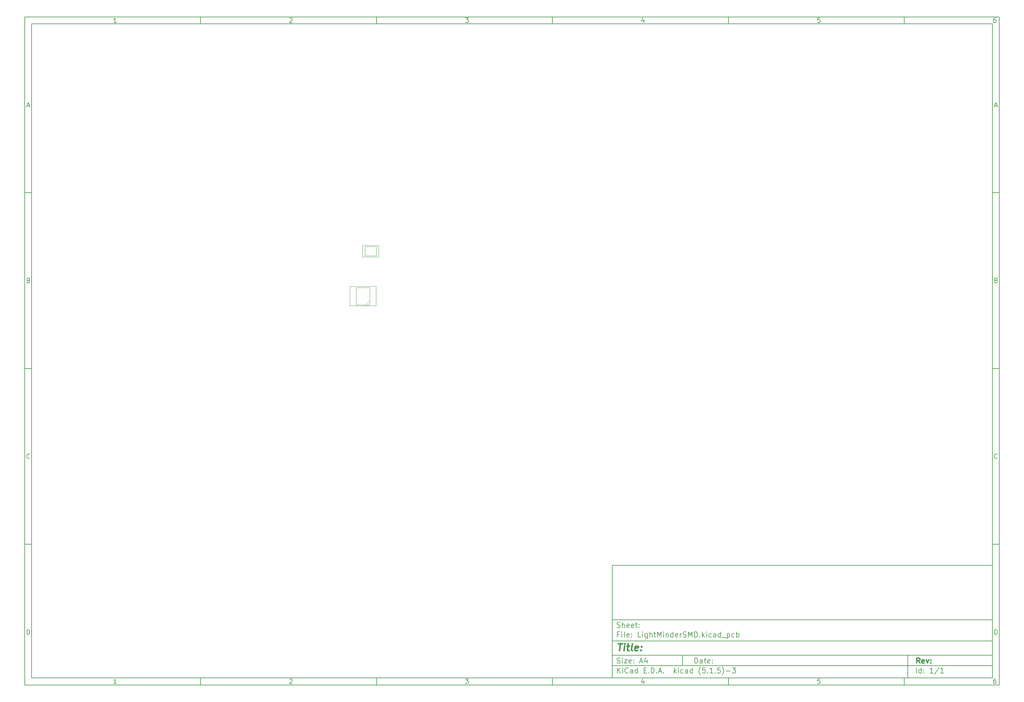
<source format=gbr>
G04 #@! TF.GenerationSoftware,KiCad,Pcbnew,(5.1.5)-3*
G04 #@! TF.CreationDate,2021-06-29T15:52:26+01:00*
G04 #@! TF.ProjectId,LightMinderSMD,4c696768-744d-4696-9e64-6572534d442e,rev?*
G04 #@! TF.SameCoordinates,Original*
G04 #@! TF.FileFunction,OtherDrawing,Comment*
%FSLAX46Y46*%
G04 Gerber Fmt 4.6, Leading zero omitted, Abs format (unit mm)*
G04 Created by KiCad (PCBNEW (5.1.5)-3) date 2021-06-29 15:52:26*
%MOMM*%
%LPD*%
G04 APERTURE LIST*
%ADD10C,0.100000*%
%ADD11C,0.150000*%
%ADD12C,0.300000*%
%ADD13C,0.400000*%
%ADD14C,0.050000*%
G04 APERTURE END LIST*
D10*
D11*
X177002200Y-166007200D02*
X177002200Y-198007200D01*
X285002200Y-198007200D01*
X285002200Y-166007200D01*
X177002200Y-166007200D01*
D10*
D11*
X10000000Y-10000000D02*
X10000000Y-200007200D01*
X287002200Y-200007200D01*
X287002200Y-10000000D01*
X10000000Y-10000000D01*
D10*
D11*
X12000000Y-12000000D02*
X12000000Y-198007200D01*
X285002200Y-198007200D01*
X285002200Y-12000000D01*
X12000000Y-12000000D01*
D10*
D11*
X60000000Y-12000000D02*
X60000000Y-10000000D01*
D10*
D11*
X110000000Y-12000000D02*
X110000000Y-10000000D01*
D10*
D11*
X160000000Y-12000000D02*
X160000000Y-10000000D01*
D10*
D11*
X210000000Y-12000000D02*
X210000000Y-10000000D01*
D10*
D11*
X260000000Y-12000000D02*
X260000000Y-10000000D01*
D10*
D11*
X36065476Y-11588095D02*
X35322619Y-11588095D01*
X35694047Y-11588095D02*
X35694047Y-10288095D01*
X35570238Y-10473809D01*
X35446428Y-10597619D01*
X35322619Y-10659523D01*
D10*
D11*
X85322619Y-10411904D02*
X85384523Y-10350000D01*
X85508333Y-10288095D01*
X85817857Y-10288095D01*
X85941666Y-10350000D01*
X86003571Y-10411904D01*
X86065476Y-10535714D01*
X86065476Y-10659523D01*
X86003571Y-10845238D01*
X85260714Y-11588095D01*
X86065476Y-11588095D01*
D10*
D11*
X135260714Y-10288095D02*
X136065476Y-10288095D01*
X135632142Y-10783333D01*
X135817857Y-10783333D01*
X135941666Y-10845238D01*
X136003571Y-10907142D01*
X136065476Y-11030952D01*
X136065476Y-11340476D01*
X136003571Y-11464285D01*
X135941666Y-11526190D01*
X135817857Y-11588095D01*
X135446428Y-11588095D01*
X135322619Y-11526190D01*
X135260714Y-11464285D01*
D10*
D11*
X185941666Y-10721428D02*
X185941666Y-11588095D01*
X185632142Y-10226190D02*
X185322619Y-11154761D01*
X186127380Y-11154761D01*
D10*
D11*
X236003571Y-10288095D02*
X235384523Y-10288095D01*
X235322619Y-10907142D01*
X235384523Y-10845238D01*
X235508333Y-10783333D01*
X235817857Y-10783333D01*
X235941666Y-10845238D01*
X236003571Y-10907142D01*
X236065476Y-11030952D01*
X236065476Y-11340476D01*
X236003571Y-11464285D01*
X235941666Y-11526190D01*
X235817857Y-11588095D01*
X235508333Y-11588095D01*
X235384523Y-11526190D01*
X235322619Y-11464285D01*
D10*
D11*
X285941666Y-10288095D02*
X285694047Y-10288095D01*
X285570238Y-10350000D01*
X285508333Y-10411904D01*
X285384523Y-10597619D01*
X285322619Y-10845238D01*
X285322619Y-11340476D01*
X285384523Y-11464285D01*
X285446428Y-11526190D01*
X285570238Y-11588095D01*
X285817857Y-11588095D01*
X285941666Y-11526190D01*
X286003571Y-11464285D01*
X286065476Y-11340476D01*
X286065476Y-11030952D01*
X286003571Y-10907142D01*
X285941666Y-10845238D01*
X285817857Y-10783333D01*
X285570238Y-10783333D01*
X285446428Y-10845238D01*
X285384523Y-10907142D01*
X285322619Y-11030952D01*
D10*
D11*
X60000000Y-198007200D02*
X60000000Y-200007200D01*
D10*
D11*
X110000000Y-198007200D02*
X110000000Y-200007200D01*
D10*
D11*
X160000000Y-198007200D02*
X160000000Y-200007200D01*
D10*
D11*
X210000000Y-198007200D02*
X210000000Y-200007200D01*
D10*
D11*
X260000000Y-198007200D02*
X260000000Y-200007200D01*
D10*
D11*
X36065476Y-199595295D02*
X35322619Y-199595295D01*
X35694047Y-199595295D02*
X35694047Y-198295295D01*
X35570238Y-198481009D01*
X35446428Y-198604819D01*
X35322619Y-198666723D01*
D10*
D11*
X85322619Y-198419104D02*
X85384523Y-198357200D01*
X85508333Y-198295295D01*
X85817857Y-198295295D01*
X85941666Y-198357200D01*
X86003571Y-198419104D01*
X86065476Y-198542914D01*
X86065476Y-198666723D01*
X86003571Y-198852438D01*
X85260714Y-199595295D01*
X86065476Y-199595295D01*
D10*
D11*
X135260714Y-198295295D02*
X136065476Y-198295295D01*
X135632142Y-198790533D01*
X135817857Y-198790533D01*
X135941666Y-198852438D01*
X136003571Y-198914342D01*
X136065476Y-199038152D01*
X136065476Y-199347676D01*
X136003571Y-199471485D01*
X135941666Y-199533390D01*
X135817857Y-199595295D01*
X135446428Y-199595295D01*
X135322619Y-199533390D01*
X135260714Y-199471485D01*
D10*
D11*
X185941666Y-198728628D02*
X185941666Y-199595295D01*
X185632142Y-198233390D02*
X185322619Y-199161961D01*
X186127380Y-199161961D01*
D10*
D11*
X236003571Y-198295295D02*
X235384523Y-198295295D01*
X235322619Y-198914342D01*
X235384523Y-198852438D01*
X235508333Y-198790533D01*
X235817857Y-198790533D01*
X235941666Y-198852438D01*
X236003571Y-198914342D01*
X236065476Y-199038152D01*
X236065476Y-199347676D01*
X236003571Y-199471485D01*
X235941666Y-199533390D01*
X235817857Y-199595295D01*
X235508333Y-199595295D01*
X235384523Y-199533390D01*
X235322619Y-199471485D01*
D10*
D11*
X285941666Y-198295295D02*
X285694047Y-198295295D01*
X285570238Y-198357200D01*
X285508333Y-198419104D01*
X285384523Y-198604819D01*
X285322619Y-198852438D01*
X285322619Y-199347676D01*
X285384523Y-199471485D01*
X285446428Y-199533390D01*
X285570238Y-199595295D01*
X285817857Y-199595295D01*
X285941666Y-199533390D01*
X286003571Y-199471485D01*
X286065476Y-199347676D01*
X286065476Y-199038152D01*
X286003571Y-198914342D01*
X285941666Y-198852438D01*
X285817857Y-198790533D01*
X285570238Y-198790533D01*
X285446428Y-198852438D01*
X285384523Y-198914342D01*
X285322619Y-199038152D01*
D10*
D11*
X10000000Y-60000000D02*
X12000000Y-60000000D01*
D10*
D11*
X10000000Y-110000000D02*
X12000000Y-110000000D01*
D10*
D11*
X10000000Y-160000000D02*
X12000000Y-160000000D01*
D10*
D11*
X10690476Y-35216666D02*
X11309523Y-35216666D01*
X10566666Y-35588095D02*
X11000000Y-34288095D01*
X11433333Y-35588095D01*
D10*
D11*
X11092857Y-84907142D02*
X11278571Y-84969047D01*
X11340476Y-85030952D01*
X11402380Y-85154761D01*
X11402380Y-85340476D01*
X11340476Y-85464285D01*
X11278571Y-85526190D01*
X11154761Y-85588095D01*
X10659523Y-85588095D01*
X10659523Y-84288095D01*
X11092857Y-84288095D01*
X11216666Y-84350000D01*
X11278571Y-84411904D01*
X11340476Y-84535714D01*
X11340476Y-84659523D01*
X11278571Y-84783333D01*
X11216666Y-84845238D01*
X11092857Y-84907142D01*
X10659523Y-84907142D01*
D10*
D11*
X11402380Y-135464285D02*
X11340476Y-135526190D01*
X11154761Y-135588095D01*
X11030952Y-135588095D01*
X10845238Y-135526190D01*
X10721428Y-135402380D01*
X10659523Y-135278571D01*
X10597619Y-135030952D01*
X10597619Y-134845238D01*
X10659523Y-134597619D01*
X10721428Y-134473809D01*
X10845238Y-134350000D01*
X11030952Y-134288095D01*
X11154761Y-134288095D01*
X11340476Y-134350000D01*
X11402380Y-134411904D01*
D10*
D11*
X10659523Y-185588095D02*
X10659523Y-184288095D01*
X10969047Y-184288095D01*
X11154761Y-184350000D01*
X11278571Y-184473809D01*
X11340476Y-184597619D01*
X11402380Y-184845238D01*
X11402380Y-185030952D01*
X11340476Y-185278571D01*
X11278571Y-185402380D01*
X11154761Y-185526190D01*
X10969047Y-185588095D01*
X10659523Y-185588095D01*
D10*
D11*
X287002200Y-60000000D02*
X285002200Y-60000000D01*
D10*
D11*
X287002200Y-110000000D02*
X285002200Y-110000000D01*
D10*
D11*
X287002200Y-160000000D02*
X285002200Y-160000000D01*
D10*
D11*
X285692676Y-35216666D02*
X286311723Y-35216666D01*
X285568866Y-35588095D02*
X286002200Y-34288095D01*
X286435533Y-35588095D01*
D10*
D11*
X286095057Y-84907142D02*
X286280771Y-84969047D01*
X286342676Y-85030952D01*
X286404580Y-85154761D01*
X286404580Y-85340476D01*
X286342676Y-85464285D01*
X286280771Y-85526190D01*
X286156961Y-85588095D01*
X285661723Y-85588095D01*
X285661723Y-84288095D01*
X286095057Y-84288095D01*
X286218866Y-84350000D01*
X286280771Y-84411904D01*
X286342676Y-84535714D01*
X286342676Y-84659523D01*
X286280771Y-84783333D01*
X286218866Y-84845238D01*
X286095057Y-84907142D01*
X285661723Y-84907142D01*
D10*
D11*
X286404580Y-135464285D02*
X286342676Y-135526190D01*
X286156961Y-135588095D01*
X286033152Y-135588095D01*
X285847438Y-135526190D01*
X285723628Y-135402380D01*
X285661723Y-135278571D01*
X285599819Y-135030952D01*
X285599819Y-134845238D01*
X285661723Y-134597619D01*
X285723628Y-134473809D01*
X285847438Y-134350000D01*
X286033152Y-134288095D01*
X286156961Y-134288095D01*
X286342676Y-134350000D01*
X286404580Y-134411904D01*
D10*
D11*
X285661723Y-185588095D02*
X285661723Y-184288095D01*
X285971247Y-184288095D01*
X286156961Y-184350000D01*
X286280771Y-184473809D01*
X286342676Y-184597619D01*
X286404580Y-184845238D01*
X286404580Y-185030952D01*
X286342676Y-185278571D01*
X286280771Y-185402380D01*
X286156961Y-185526190D01*
X285971247Y-185588095D01*
X285661723Y-185588095D01*
D10*
D11*
X200434342Y-193785771D02*
X200434342Y-192285771D01*
X200791485Y-192285771D01*
X201005771Y-192357200D01*
X201148628Y-192500057D01*
X201220057Y-192642914D01*
X201291485Y-192928628D01*
X201291485Y-193142914D01*
X201220057Y-193428628D01*
X201148628Y-193571485D01*
X201005771Y-193714342D01*
X200791485Y-193785771D01*
X200434342Y-193785771D01*
X202577200Y-193785771D02*
X202577200Y-193000057D01*
X202505771Y-192857200D01*
X202362914Y-192785771D01*
X202077200Y-192785771D01*
X201934342Y-192857200D01*
X202577200Y-193714342D02*
X202434342Y-193785771D01*
X202077200Y-193785771D01*
X201934342Y-193714342D01*
X201862914Y-193571485D01*
X201862914Y-193428628D01*
X201934342Y-193285771D01*
X202077200Y-193214342D01*
X202434342Y-193214342D01*
X202577200Y-193142914D01*
X203077200Y-192785771D02*
X203648628Y-192785771D01*
X203291485Y-192285771D02*
X203291485Y-193571485D01*
X203362914Y-193714342D01*
X203505771Y-193785771D01*
X203648628Y-193785771D01*
X204720057Y-193714342D02*
X204577200Y-193785771D01*
X204291485Y-193785771D01*
X204148628Y-193714342D01*
X204077200Y-193571485D01*
X204077200Y-193000057D01*
X204148628Y-192857200D01*
X204291485Y-192785771D01*
X204577200Y-192785771D01*
X204720057Y-192857200D01*
X204791485Y-193000057D01*
X204791485Y-193142914D01*
X204077200Y-193285771D01*
X205434342Y-193642914D02*
X205505771Y-193714342D01*
X205434342Y-193785771D01*
X205362914Y-193714342D01*
X205434342Y-193642914D01*
X205434342Y-193785771D01*
X205434342Y-192857200D02*
X205505771Y-192928628D01*
X205434342Y-193000057D01*
X205362914Y-192928628D01*
X205434342Y-192857200D01*
X205434342Y-193000057D01*
D10*
D11*
X177002200Y-194507200D02*
X285002200Y-194507200D01*
D10*
D11*
X178434342Y-196585771D02*
X178434342Y-195085771D01*
X179291485Y-196585771D02*
X178648628Y-195728628D01*
X179291485Y-195085771D02*
X178434342Y-195942914D01*
X179934342Y-196585771D02*
X179934342Y-195585771D01*
X179934342Y-195085771D02*
X179862914Y-195157200D01*
X179934342Y-195228628D01*
X180005771Y-195157200D01*
X179934342Y-195085771D01*
X179934342Y-195228628D01*
X181505771Y-196442914D02*
X181434342Y-196514342D01*
X181220057Y-196585771D01*
X181077200Y-196585771D01*
X180862914Y-196514342D01*
X180720057Y-196371485D01*
X180648628Y-196228628D01*
X180577200Y-195942914D01*
X180577200Y-195728628D01*
X180648628Y-195442914D01*
X180720057Y-195300057D01*
X180862914Y-195157200D01*
X181077200Y-195085771D01*
X181220057Y-195085771D01*
X181434342Y-195157200D01*
X181505771Y-195228628D01*
X182791485Y-196585771D02*
X182791485Y-195800057D01*
X182720057Y-195657200D01*
X182577200Y-195585771D01*
X182291485Y-195585771D01*
X182148628Y-195657200D01*
X182791485Y-196514342D02*
X182648628Y-196585771D01*
X182291485Y-196585771D01*
X182148628Y-196514342D01*
X182077200Y-196371485D01*
X182077200Y-196228628D01*
X182148628Y-196085771D01*
X182291485Y-196014342D01*
X182648628Y-196014342D01*
X182791485Y-195942914D01*
X184148628Y-196585771D02*
X184148628Y-195085771D01*
X184148628Y-196514342D02*
X184005771Y-196585771D01*
X183720057Y-196585771D01*
X183577200Y-196514342D01*
X183505771Y-196442914D01*
X183434342Y-196300057D01*
X183434342Y-195871485D01*
X183505771Y-195728628D01*
X183577200Y-195657200D01*
X183720057Y-195585771D01*
X184005771Y-195585771D01*
X184148628Y-195657200D01*
X186005771Y-195800057D02*
X186505771Y-195800057D01*
X186720057Y-196585771D02*
X186005771Y-196585771D01*
X186005771Y-195085771D01*
X186720057Y-195085771D01*
X187362914Y-196442914D02*
X187434342Y-196514342D01*
X187362914Y-196585771D01*
X187291485Y-196514342D01*
X187362914Y-196442914D01*
X187362914Y-196585771D01*
X188077200Y-196585771D02*
X188077200Y-195085771D01*
X188434342Y-195085771D01*
X188648628Y-195157200D01*
X188791485Y-195300057D01*
X188862914Y-195442914D01*
X188934342Y-195728628D01*
X188934342Y-195942914D01*
X188862914Y-196228628D01*
X188791485Y-196371485D01*
X188648628Y-196514342D01*
X188434342Y-196585771D01*
X188077200Y-196585771D01*
X189577200Y-196442914D02*
X189648628Y-196514342D01*
X189577200Y-196585771D01*
X189505771Y-196514342D01*
X189577200Y-196442914D01*
X189577200Y-196585771D01*
X190220057Y-196157200D02*
X190934342Y-196157200D01*
X190077200Y-196585771D02*
X190577200Y-195085771D01*
X191077200Y-196585771D01*
X191577200Y-196442914D02*
X191648628Y-196514342D01*
X191577200Y-196585771D01*
X191505771Y-196514342D01*
X191577200Y-196442914D01*
X191577200Y-196585771D01*
X194577200Y-196585771D02*
X194577200Y-195085771D01*
X194720057Y-196014342D02*
X195148628Y-196585771D01*
X195148628Y-195585771D02*
X194577200Y-196157200D01*
X195791485Y-196585771D02*
X195791485Y-195585771D01*
X195791485Y-195085771D02*
X195720057Y-195157200D01*
X195791485Y-195228628D01*
X195862914Y-195157200D01*
X195791485Y-195085771D01*
X195791485Y-195228628D01*
X197148628Y-196514342D02*
X197005771Y-196585771D01*
X196720057Y-196585771D01*
X196577200Y-196514342D01*
X196505771Y-196442914D01*
X196434342Y-196300057D01*
X196434342Y-195871485D01*
X196505771Y-195728628D01*
X196577200Y-195657200D01*
X196720057Y-195585771D01*
X197005771Y-195585771D01*
X197148628Y-195657200D01*
X198434342Y-196585771D02*
X198434342Y-195800057D01*
X198362914Y-195657200D01*
X198220057Y-195585771D01*
X197934342Y-195585771D01*
X197791485Y-195657200D01*
X198434342Y-196514342D02*
X198291485Y-196585771D01*
X197934342Y-196585771D01*
X197791485Y-196514342D01*
X197720057Y-196371485D01*
X197720057Y-196228628D01*
X197791485Y-196085771D01*
X197934342Y-196014342D01*
X198291485Y-196014342D01*
X198434342Y-195942914D01*
X199791485Y-196585771D02*
X199791485Y-195085771D01*
X199791485Y-196514342D02*
X199648628Y-196585771D01*
X199362914Y-196585771D01*
X199220057Y-196514342D01*
X199148628Y-196442914D01*
X199077200Y-196300057D01*
X199077200Y-195871485D01*
X199148628Y-195728628D01*
X199220057Y-195657200D01*
X199362914Y-195585771D01*
X199648628Y-195585771D01*
X199791485Y-195657200D01*
X202077200Y-197157200D02*
X202005771Y-197085771D01*
X201862914Y-196871485D01*
X201791485Y-196728628D01*
X201720057Y-196514342D01*
X201648628Y-196157200D01*
X201648628Y-195871485D01*
X201720057Y-195514342D01*
X201791485Y-195300057D01*
X201862914Y-195157200D01*
X202005771Y-194942914D01*
X202077200Y-194871485D01*
X203362914Y-195085771D02*
X202648628Y-195085771D01*
X202577200Y-195800057D01*
X202648628Y-195728628D01*
X202791485Y-195657200D01*
X203148628Y-195657200D01*
X203291485Y-195728628D01*
X203362914Y-195800057D01*
X203434342Y-195942914D01*
X203434342Y-196300057D01*
X203362914Y-196442914D01*
X203291485Y-196514342D01*
X203148628Y-196585771D01*
X202791485Y-196585771D01*
X202648628Y-196514342D01*
X202577200Y-196442914D01*
X204077200Y-196442914D02*
X204148628Y-196514342D01*
X204077200Y-196585771D01*
X204005771Y-196514342D01*
X204077200Y-196442914D01*
X204077200Y-196585771D01*
X205577200Y-196585771D02*
X204720057Y-196585771D01*
X205148628Y-196585771D02*
X205148628Y-195085771D01*
X205005771Y-195300057D01*
X204862914Y-195442914D01*
X204720057Y-195514342D01*
X206220057Y-196442914D02*
X206291485Y-196514342D01*
X206220057Y-196585771D01*
X206148628Y-196514342D01*
X206220057Y-196442914D01*
X206220057Y-196585771D01*
X207648628Y-195085771D02*
X206934342Y-195085771D01*
X206862914Y-195800057D01*
X206934342Y-195728628D01*
X207077200Y-195657200D01*
X207434342Y-195657200D01*
X207577200Y-195728628D01*
X207648628Y-195800057D01*
X207720057Y-195942914D01*
X207720057Y-196300057D01*
X207648628Y-196442914D01*
X207577200Y-196514342D01*
X207434342Y-196585771D01*
X207077200Y-196585771D01*
X206934342Y-196514342D01*
X206862914Y-196442914D01*
X208220057Y-197157200D02*
X208291485Y-197085771D01*
X208434342Y-196871485D01*
X208505771Y-196728628D01*
X208577200Y-196514342D01*
X208648628Y-196157200D01*
X208648628Y-195871485D01*
X208577200Y-195514342D01*
X208505771Y-195300057D01*
X208434342Y-195157200D01*
X208291485Y-194942914D01*
X208220057Y-194871485D01*
X209362914Y-196014342D02*
X210505771Y-196014342D01*
X211077200Y-195085771D02*
X212005771Y-195085771D01*
X211505771Y-195657200D01*
X211720057Y-195657200D01*
X211862914Y-195728628D01*
X211934342Y-195800057D01*
X212005771Y-195942914D01*
X212005771Y-196300057D01*
X211934342Y-196442914D01*
X211862914Y-196514342D01*
X211720057Y-196585771D01*
X211291485Y-196585771D01*
X211148628Y-196514342D01*
X211077200Y-196442914D01*
D10*
D11*
X177002200Y-191507200D02*
X285002200Y-191507200D01*
D10*
D12*
X264411485Y-193785771D02*
X263911485Y-193071485D01*
X263554342Y-193785771D02*
X263554342Y-192285771D01*
X264125771Y-192285771D01*
X264268628Y-192357200D01*
X264340057Y-192428628D01*
X264411485Y-192571485D01*
X264411485Y-192785771D01*
X264340057Y-192928628D01*
X264268628Y-193000057D01*
X264125771Y-193071485D01*
X263554342Y-193071485D01*
X265625771Y-193714342D02*
X265482914Y-193785771D01*
X265197200Y-193785771D01*
X265054342Y-193714342D01*
X264982914Y-193571485D01*
X264982914Y-193000057D01*
X265054342Y-192857200D01*
X265197200Y-192785771D01*
X265482914Y-192785771D01*
X265625771Y-192857200D01*
X265697200Y-193000057D01*
X265697200Y-193142914D01*
X264982914Y-193285771D01*
X266197200Y-192785771D02*
X266554342Y-193785771D01*
X266911485Y-192785771D01*
X267482914Y-193642914D02*
X267554342Y-193714342D01*
X267482914Y-193785771D01*
X267411485Y-193714342D01*
X267482914Y-193642914D01*
X267482914Y-193785771D01*
X267482914Y-192857200D02*
X267554342Y-192928628D01*
X267482914Y-193000057D01*
X267411485Y-192928628D01*
X267482914Y-192857200D01*
X267482914Y-193000057D01*
D10*
D11*
X178362914Y-193714342D02*
X178577200Y-193785771D01*
X178934342Y-193785771D01*
X179077200Y-193714342D01*
X179148628Y-193642914D01*
X179220057Y-193500057D01*
X179220057Y-193357200D01*
X179148628Y-193214342D01*
X179077200Y-193142914D01*
X178934342Y-193071485D01*
X178648628Y-193000057D01*
X178505771Y-192928628D01*
X178434342Y-192857200D01*
X178362914Y-192714342D01*
X178362914Y-192571485D01*
X178434342Y-192428628D01*
X178505771Y-192357200D01*
X178648628Y-192285771D01*
X179005771Y-192285771D01*
X179220057Y-192357200D01*
X179862914Y-193785771D02*
X179862914Y-192785771D01*
X179862914Y-192285771D02*
X179791485Y-192357200D01*
X179862914Y-192428628D01*
X179934342Y-192357200D01*
X179862914Y-192285771D01*
X179862914Y-192428628D01*
X180434342Y-192785771D02*
X181220057Y-192785771D01*
X180434342Y-193785771D01*
X181220057Y-193785771D01*
X182362914Y-193714342D02*
X182220057Y-193785771D01*
X181934342Y-193785771D01*
X181791485Y-193714342D01*
X181720057Y-193571485D01*
X181720057Y-193000057D01*
X181791485Y-192857200D01*
X181934342Y-192785771D01*
X182220057Y-192785771D01*
X182362914Y-192857200D01*
X182434342Y-193000057D01*
X182434342Y-193142914D01*
X181720057Y-193285771D01*
X183077200Y-193642914D02*
X183148628Y-193714342D01*
X183077200Y-193785771D01*
X183005771Y-193714342D01*
X183077200Y-193642914D01*
X183077200Y-193785771D01*
X183077200Y-192857200D02*
X183148628Y-192928628D01*
X183077200Y-193000057D01*
X183005771Y-192928628D01*
X183077200Y-192857200D01*
X183077200Y-193000057D01*
X184862914Y-193357200D02*
X185577200Y-193357200D01*
X184720057Y-193785771D02*
X185220057Y-192285771D01*
X185720057Y-193785771D01*
X186862914Y-192785771D02*
X186862914Y-193785771D01*
X186505771Y-192214342D02*
X186148628Y-193285771D01*
X187077200Y-193285771D01*
D10*
D11*
X263434342Y-196585771D02*
X263434342Y-195085771D01*
X264791485Y-196585771D02*
X264791485Y-195085771D01*
X264791485Y-196514342D02*
X264648628Y-196585771D01*
X264362914Y-196585771D01*
X264220057Y-196514342D01*
X264148628Y-196442914D01*
X264077200Y-196300057D01*
X264077200Y-195871485D01*
X264148628Y-195728628D01*
X264220057Y-195657200D01*
X264362914Y-195585771D01*
X264648628Y-195585771D01*
X264791485Y-195657200D01*
X265505771Y-196442914D02*
X265577200Y-196514342D01*
X265505771Y-196585771D01*
X265434342Y-196514342D01*
X265505771Y-196442914D01*
X265505771Y-196585771D01*
X265505771Y-195657200D02*
X265577200Y-195728628D01*
X265505771Y-195800057D01*
X265434342Y-195728628D01*
X265505771Y-195657200D01*
X265505771Y-195800057D01*
X268148628Y-196585771D02*
X267291485Y-196585771D01*
X267720057Y-196585771D02*
X267720057Y-195085771D01*
X267577200Y-195300057D01*
X267434342Y-195442914D01*
X267291485Y-195514342D01*
X269862914Y-195014342D02*
X268577200Y-196942914D01*
X271148628Y-196585771D02*
X270291485Y-196585771D01*
X270720057Y-196585771D02*
X270720057Y-195085771D01*
X270577200Y-195300057D01*
X270434342Y-195442914D01*
X270291485Y-195514342D01*
D10*
D11*
X177002200Y-187507200D02*
X285002200Y-187507200D01*
D10*
D13*
X178714580Y-188211961D02*
X179857438Y-188211961D01*
X179036009Y-190211961D02*
X179286009Y-188211961D01*
X180274104Y-190211961D02*
X180440771Y-188878628D01*
X180524104Y-188211961D02*
X180416961Y-188307200D01*
X180500295Y-188402438D01*
X180607438Y-188307200D01*
X180524104Y-188211961D01*
X180500295Y-188402438D01*
X181107438Y-188878628D02*
X181869342Y-188878628D01*
X181476485Y-188211961D02*
X181262200Y-189926247D01*
X181333628Y-190116723D01*
X181512200Y-190211961D01*
X181702676Y-190211961D01*
X182655057Y-190211961D02*
X182476485Y-190116723D01*
X182405057Y-189926247D01*
X182619342Y-188211961D01*
X184190771Y-190116723D02*
X183988390Y-190211961D01*
X183607438Y-190211961D01*
X183428866Y-190116723D01*
X183357438Y-189926247D01*
X183452676Y-189164342D01*
X183571723Y-188973866D01*
X183774104Y-188878628D01*
X184155057Y-188878628D01*
X184333628Y-188973866D01*
X184405057Y-189164342D01*
X184381247Y-189354819D01*
X183405057Y-189545295D01*
X185155057Y-190021485D02*
X185238390Y-190116723D01*
X185131247Y-190211961D01*
X185047914Y-190116723D01*
X185155057Y-190021485D01*
X185131247Y-190211961D01*
X185286009Y-188973866D02*
X185369342Y-189069104D01*
X185262200Y-189164342D01*
X185178866Y-189069104D01*
X185286009Y-188973866D01*
X185262200Y-189164342D01*
D10*
D11*
X178934342Y-185600057D02*
X178434342Y-185600057D01*
X178434342Y-186385771D02*
X178434342Y-184885771D01*
X179148628Y-184885771D01*
X179720057Y-186385771D02*
X179720057Y-185385771D01*
X179720057Y-184885771D02*
X179648628Y-184957200D01*
X179720057Y-185028628D01*
X179791485Y-184957200D01*
X179720057Y-184885771D01*
X179720057Y-185028628D01*
X180648628Y-186385771D02*
X180505771Y-186314342D01*
X180434342Y-186171485D01*
X180434342Y-184885771D01*
X181791485Y-186314342D02*
X181648628Y-186385771D01*
X181362914Y-186385771D01*
X181220057Y-186314342D01*
X181148628Y-186171485D01*
X181148628Y-185600057D01*
X181220057Y-185457200D01*
X181362914Y-185385771D01*
X181648628Y-185385771D01*
X181791485Y-185457200D01*
X181862914Y-185600057D01*
X181862914Y-185742914D01*
X181148628Y-185885771D01*
X182505771Y-186242914D02*
X182577200Y-186314342D01*
X182505771Y-186385771D01*
X182434342Y-186314342D01*
X182505771Y-186242914D01*
X182505771Y-186385771D01*
X182505771Y-185457200D02*
X182577200Y-185528628D01*
X182505771Y-185600057D01*
X182434342Y-185528628D01*
X182505771Y-185457200D01*
X182505771Y-185600057D01*
X185077200Y-186385771D02*
X184362914Y-186385771D01*
X184362914Y-184885771D01*
X185577200Y-186385771D02*
X185577200Y-185385771D01*
X185577200Y-184885771D02*
X185505771Y-184957200D01*
X185577200Y-185028628D01*
X185648628Y-184957200D01*
X185577200Y-184885771D01*
X185577200Y-185028628D01*
X186934342Y-185385771D02*
X186934342Y-186600057D01*
X186862914Y-186742914D01*
X186791485Y-186814342D01*
X186648628Y-186885771D01*
X186434342Y-186885771D01*
X186291485Y-186814342D01*
X186934342Y-186314342D02*
X186791485Y-186385771D01*
X186505771Y-186385771D01*
X186362914Y-186314342D01*
X186291485Y-186242914D01*
X186220057Y-186100057D01*
X186220057Y-185671485D01*
X186291485Y-185528628D01*
X186362914Y-185457200D01*
X186505771Y-185385771D01*
X186791485Y-185385771D01*
X186934342Y-185457200D01*
X187648628Y-186385771D02*
X187648628Y-184885771D01*
X188291485Y-186385771D02*
X188291485Y-185600057D01*
X188220057Y-185457200D01*
X188077200Y-185385771D01*
X187862914Y-185385771D01*
X187720057Y-185457200D01*
X187648628Y-185528628D01*
X188791485Y-185385771D02*
X189362914Y-185385771D01*
X189005771Y-184885771D02*
X189005771Y-186171485D01*
X189077200Y-186314342D01*
X189220057Y-186385771D01*
X189362914Y-186385771D01*
X189862914Y-186385771D02*
X189862914Y-184885771D01*
X190362914Y-185957200D01*
X190862914Y-184885771D01*
X190862914Y-186385771D01*
X191577200Y-186385771D02*
X191577200Y-185385771D01*
X191577200Y-184885771D02*
X191505771Y-184957200D01*
X191577200Y-185028628D01*
X191648628Y-184957200D01*
X191577200Y-184885771D01*
X191577200Y-185028628D01*
X192291485Y-185385771D02*
X192291485Y-186385771D01*
X192291485Y-185528628D02*
X192362914Y-185457200D01*
X192505771Y-185385771D01*
X192720057Y-185385771D01*
X192862914Y-185457200D01*
X192934342Y-185600057D01*
X192934342Y-186385771D01*
X194291485Y-186385771D02*
X194291485Y-184885771D01*
X194291485Y-186314342D02*
X194148628Y-186385771D01*
X193862914Y-186385771D01*
X193720057Y-186314342D01*
X193648628Y-186242914D01*
X193577200Y-186100057D01*
X193577200Y-185671485D01*
X193648628Y-185528628D01*
X193720057Y-185457200D01*
X193862914Y-185385771D01*
X194148628Y-185385771D01*
X194291485Y-185457200D01*
X195577200Y-186314342D02*
X195434342Y-186385771D01*
X195148628Y-186385771D01*
X195005771Y-186314342D01*
X194934342Y-186171485D01*
X194934342Y-185600057D01*
X195005771Y-185457200D01*
X195148628Y-185385771D01*
X195434342Y-185385771D01*
X195577200Y-185457200D01*
X195648628Y-185600057D01*
X195648628Y-185742914D01*
X194934342Y-185885771D01*
X196291485Y-186385771D02*
X196291485Y-185385771D01*
X196291485Y-185671485D02*
X196362914Y-185528628D01*
X196434342Y-185457200D01*
X196577200Y-185385771D01*
X196720057Y-185385771D01*
X197148628Y-186314342D02*
X197362914Y-186385771D01*
X197720057Y-186385771D01*
X197862914Y-186314342D01*
X197934342Y-186242914D01*
X198005771Y-186100057D01*
X198005771Y-185957200D01*
X197934342Y-185814342D01*
X197862914Y-185742914D01*
X197720057Y-185671485D01*
X197434342Y-185600057D01*
X197291485Y-185528628D01*
X197220057Y-185457200D01*
X197148628Y-185314342D01*
X197148628Y-185171485D01*
X197220057Y-185028628D01*
X197291485Y-184957200D01*
X197434342Y-184885771D01*
X197791485Y-184885771D01*
X198005771Y-184957200D01*
X198648628Y-186385771D02*
X198648628Y-184885771D01*
X199148628Y-185957200D01*
X199648628Y-184885771D01*
X199648628Y-186385771D01*
X200362914Y-186385771D02*
X200362914Y-184885771D01*
X200720057Y-184885771D01*
X200934342Y-184957200D01*
X201077200Y-185100057D01*
X201148628Y-185242914D01*
X201220057Y-185528628D01*
X201220057Y-185742914D01*
X201148628Y-186028628D01*
X201077200Y-186171485D01*
X200934342Y-186314342D01*
X200720057Y-186385771D01*
X200362914Y-186385771D01*
X201862914Y-186242914D02*
X201934342Y-186314342D01*
X201862914Y-186385771D01*
X201791485Y-186314342D01*
X201862914Y-186242914D01*
X201862914Y-186385771D01*
X202577200Y-186385771D02*
X202577200Y-184885771D01*
X202720057Y-185814342D02*
X203148628Y-186385771D01*
X203148628Y-185385771D02*
X202577200Y-185957200D01*
X203791485Y-186385771D02*
X203791485Y-185385771D01*
X203791485Y-184885771D02*
X203720057Y-184957200D01*
X203791485Y-185028628D01*
X203862914Y-184957200D01*
X203791485Y-184885771D01*
X203791485Y-185028628D01*
X205148628Y-186314342D02*
X205005771Y-186385771D01*
X204720057Y-186385771D01*
X204577200Y-186314342D01*
X204505771Y-186242914D01*
X204434342Y-186100057D01*
X204434342Y-185671485D01*
X204505771Y-185528628D01*
X204577200Y-185457200D01*
X204720057Y-185385771D01*
X205005771Y-185385771D01*
X205148628Y-185457200D01*
X206434342Y-186385771D02*
X206434342Y-185600057D01*
X206362914Y-185457200D01*
X206220057Y-185385771D01*
X205934342Y-185385771D01*
X205791485Y-185457200D01*
X206434342Y-186314342D02*
X206291485Y-186385771D01*
X205934342Y-186385771D01*
X205791485Y-186314342D01*
X205720057Y-186171485D01*
X205720057Y-186028628D01*
X205791485Y-185885771D01*
X205934342Y-185814342D01*
X206291485Y-185814342D01*
X206434342Y-185742914D01*
X207791485Y-186385771D02*
X207791485Y-184885771D01*
X207791485Y-186314342D02*
X207648628Y-186385771D01*
X207362914Y-186385771D01*
X207220057Y-186314342D01*
X207148628Y-186242914D01*
X207077200Y-186100057D01*
X207077200Y-185671485D01*
X207148628Y-185528628D01*
X207220057Y-185457200D01*
X207362914Y-185385771D01*
X207648628Y-185385771D01*
X207791485Y-185457200D01*
X208148628Y-186528628D02*
X209291485Y-186528628D01*
X209648628Y-185385771D02*
X209648628Y-186885771D01*
X209648628Y-185457200D02*
X209791485Y-185385771D01*
X210077200Y-185385771D01*
X210220057Y-185457200D01*
X210291485Y-185528628D01*
X210362914Y-185671485D01*
X210362914Y-186100057D01*
X210291485Y-186242914D01*
X210220057Y-186314342D01*
X210077200Y-186385771D01*
X209791485Y-186385771D01*
X209648628Y-186314342D01*
X211648628Y-186314342D02*
X211505771Y-186385771D01*
X211220057Y-186385771D01*
X211077200Y-186314342D01*
X211005771Y-186242914D01*
X210934342Y-186100057D01*
X210934342Y-185671485D01*
X211005771Y-185528628D01*
X211077200Y-185457200D01*
X211220057Y-185385771D01*
X211505771Y-185385771D01*
X211648628Y-185457200D01*
X212291485Y-186385771D02*
X212291485Y-184885771D01*
X212291485Y-185457200D02*
X212434342Y-185385771D01*
X212720057Y-185385771D01*
X212862914Y-185457200D01*
X212934342Y-185528628D01*
X213005771Y-185671485D01*
X213005771Y-186100057D01*
X212934342Y-186242914D01*
X212862914Y-186314342D01*
X212720057Y-186385771D01*
X212434342Y-186385771D01*
X212291485Y-186314342D01*
D10*
D11*
X177002200Y-181507200D02*
X285002200Y-181507200D01*
D10*
D11*
X178362914Y-183614342D02*
X178577200Y-183685771D01*
X178934342Y-183685771D01*
X179077200Y-183614342D01*
X179148628Y-183542914D01*
X179220057Y-183400057D01*
X179220057Y-183257200D01*
X179148628Y-183114342D01*
X179077200Y-183042914D01*
X178934342Y-182971485D01*
X178648628Y-182900057D01*
X178505771Y-182828628D01*
X178434342Y-182757200D01*
X178362914Y-182614342D01*
X178362914Y-182471485D01*
X178434342Y-182328628D01*
X178505771Y-182257200D01*
X178648628Y-182185771D01*
X179005771Y-182185771D01*
X179220057Y-182257200D01*
X179862914Y-183685771D02*
X179862914Y-182185771D01*
X180505771Y-183685771D02*
X180505771Y-182900057D01*
X180434342Y-182757200D01*
X180291485Y-182685771D01*
X180077200Y-182685771D01*
X179934342Y-182757200D01*
X179862914Y-182828628D01*
X181791485Y-183614342D02*
X181648628Y-183685771D01*
X181362914Y-183685771D01*
X181220057Y-183614342D01*
X181148628Y-183471485D01*
X181148628Y-182900057D01*
X181220057Y-182757200D01*
X181362914Y-182685771D01*
X181648628Y-182685771D01*
X181791485Y-182757200D01*
X181862914Y-182900057D01*
X181862914Y-183042914D01*
X181148628Y-183185771D01*
X183077200Y-183614342D02*
X182934342Y-183685771D01*
X182648628Y-183685771D01*
X182505771Y-183614342D01*
X182434342Y-183471485D01*
X182434342Y-182900057D01*
X182505771Y-182757200D01*
X182648628Y-182685771D01*
X182934342Y-182685771D01*
X183077200Y-182757200D01*
X183148628Y-182900057D01*
X183148628Y-183042914D01*
X182434342Y-183185771D01*
X183577200Y-182685771D02*
X184148628Y-182685771D01*
X183791485Y-182185771D02*
X183791485Y-183471485D01*
X183862914Y-183614342D01*
X184005771Y-183685771D01*
X184148628Y-183685771D01*
X184648628Y-183542914D02*
X184720057Y-183614342D01*
X184648628Y-183685771D01*
X184577200Y-183614342D01*
X184648628Y-183542914D01*
X184648628Y-183685771D01*
X184648628Y-182757200D02*
X184720057Y-182828628D01*
X184648628Y-182900057D01*
X184577200Y-182828628D01*
X184648628Y-182757200D01*
X184648628Y-182900057D01*
D10*
D11*
X197002200Y-191507200D02*
X197002200Y-194507200D01*
D10*
D11*
X261002200Y-191507200D02*
X261002200Y-198007200D01*
D10*
X108050000Y-90580000D02*
X106780000Y-91850000D01*
X108050000Y-86950000D02*
X108050000Y-91850000D01*
X104150000Y-86950000D02*
X108050000Y-86950000D01*
X104150000Y-91850000D02*
X104150000Y-86950000D01*
X108050000Y-91850000D02*
X104150000Y-91850000D01*
D14*
X109825000Y-86650000D02*
X109825000Y-92150000D01*
X102375000Y-86650000D02*
X109825000Y-86650000D01*
X102375000Y-92150000D02*
X102375000Y-86650000D01*
X109825000Y-92150000D02*
X102375000Y-92150000D01*
D10*
X106707000Y-77888000D02*
X106707000Y-75312000D01*
X109923000Y-77888000D02*
X106707000Y-77888000D01*
X109923000Y-75312000D02*
X109923000Y-77888000D01*
X106707000Y-75312000D02*
X109923000Y-75312000D01*
D14*
X105990000Y-78255000D02*
X105990000Y-74945000D01*
X110640000Y-78255000D02*
X105990000Y-78255000D01*
X110640000Y-74945000D02*
X110640000Y-78255000D01*
X105990000Y-74945000D02*
X110640000Y-74945000D01*
M02*

</source>
